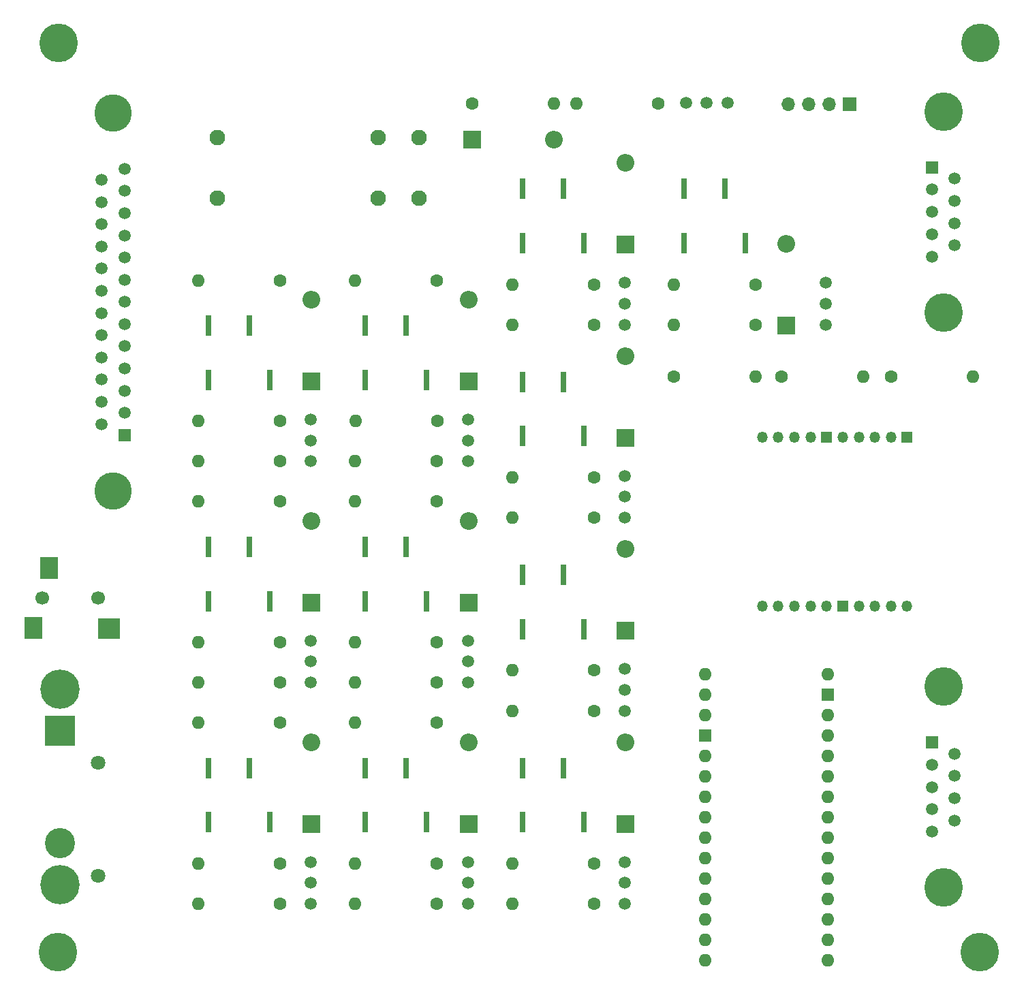
<source format=gbr>
%TF.GenerationSoftware,KiCad,Pcbnew,8.0.0*%
%TF.CreationDate,2024-03-27T17:18:48-07:00*%
%TF.ProjectId,honda radio,686f6e64-6120-4726-9164-696f2e6b6963,rev?*%
%TF.SameCoordinates,Original*%
%TF.FileFunction,Soldermask,Top*%
%TF.FilePolarity,Negative*%
%FSLAX46Y46*%
G04 Gerber Fmt 4.6, Leading zero omitted, Abs format (unit mm)*
G04 Created by KiCad (PCBNEW 8.0.0) date 2024-03-27 17:18:48*
%MOMM*%
%LPD*%
G01*
G04 APERTURE LIST*
%ADD10C,1.600000*%
%ADD11O,1.600000X1.600000*%
%ADD12R,2.200000X2.200000*%
%ADD13O,2.200000X2.200000*%
%ADD14C,1.493000*%
%ADD15R,0.800000X2.660000*%
%ADD16C,4.800000*%
%ADD17C,4.650000*%
%ADD18R,1.500000X1.500000*%
%ADD19C,1.500000*%
%ADD20R,1.350000X1.350000*%
%ADD21O,1.350000X1.350000*%
%ADD22C,1.950000*%
%ADD23C,1.700000*%
%ADD24R,2.200000X2.800000*%
%ADD25R,2.800000X2.600000*%
%ADD26R,1.700000X1.700000*%
%ADD27O,1.700000X1.700000*%
%ADD28R,1.600000X1.600000*%
%ADD29C,4.890000*%
%ADD30R,3.750000X3.750000*%
%ADD31C,1.800000*%
%ADD32C,3.750000*%
G04 APERTURE END LIST*
D10*
%TO.C,R6*%
X155000000Y-98500000D03*
D11*
X144840000Y-98500000D03*
%TD*%
D12*
%TO.C,D7*%
X139420000Y-109080000D03*
D13*
X139420000Y-98920000D03*
%TD*%
D14*
%TO.C,Q10*%
X119835000Y-141300000D03*
X119835000Y-143900000D03*
X119835000Y-146500000D03*
%TD*%
D10*
%TO.C,R16*%
X175085000Y-74500000D03*
D11*
X164925000Y-74500000D03*
%TD*%
D10*
%TO.C,R23*%
X116000000Y-124000000D03*
D11*
X105840000Y-124000000D03*
%TD*%
D10*
%TO.C,R31*%
X116000000Y-146500000D03*
D11*
X105840000Y-146500000D03*
%TD*%
D15*
%TO.C,K8*%
X131690000Y-74630000D03*
X126610000Y-74630000D03*
X126610000Y-81370000D03*
X134230000Y-81370000D03*
%TD*%
D14*
%TO.C,Q5*%
X183835000Y-69300000D03*
X183835000Y-71900000D03*
X183835000Y-74500000D03*
%TD*%
D15*
%TO.C,K7*%
X131690000Y-102130000D03*
X126610000Y-102130000D03*
X126610000Y-108870000D03*
X134230000Y-108870000D03*
%TD*%
D10*
%TO.C,R30*%
X116000000Y-86500000D03*
D11*
X105840000Y-86500000D03*
%TD*%
D10*
%TO.C,R17*%
X135500000Y-141500000D03*
D11*
X125340000Y-141500000D03*
%TD*%
D16*
%TO.C,REF\u002A\u002A*%
X88500000Y-39500000D03*
%TD*%
D17*
%TO.C,J3*%
X95260000Y-48180000D03*
D18*
X96680000Y-88240000D03*
D19*
X96680000Y-85480000D03*
X96680000Y-82720000D03*
X96680000Y-79960000D03*
X96680000Y-77200000D03*
X96680000Y-74440000D03*
X96680000Y-71680000D03*
X96680000Y-68920000D03*
X96680000Y-66160000D03*
X96680000Y-63400000D03*
X96680000Y-60640000D03*
X96680000Y-57880000D03*
X96680000Y-55120000D03*
X93840000Y-86860000D03*
X93840000Y-84100000D03*
X93840000Y-81340000D03*
X93840000Y-78580000D03*
X93840000Y-75820000D03*
X93840000Y-73060000D03*
X93840000Y-70300000D03*
X93840000Y-67540000D03*
X93840000Y-64780000D03*
X93840000Y-62020000D03*
X93840000Y-59260000D03*
X93840000Y-56500000D03*
D17*
X95260000Y-95180000D03*
%TD*%
D16*
%TO.C,REF\u002A\u002A*%
X88420000Y-152500000D03*
%TD*%
D10*
%TO.C,R28*%
X116000000Y-141500000D03*
D11*
X105840000Y-141500000D03*
%TD*%
D16*
%TO.C,J1*%
X198420000Y-72995000D03*
D18*
X197000000Y-54955000D03*
D19*
X197000000Y-57727000D03*
X197000000Y-60500000D03*
X197000000Y-63272000D03*
X197000000Y-66045000D03*
X199840000Y-56341000D03*
X199840000Y-59114000D03*
X199840000Y-61886000D03*
X199840000Y-64659000D03*
D16*
X198420000Y-48005000D03*
%TD*%
D10*
%TO.C,R11*%
X135500000Y-96500000D03*
D11*
X125340000Y-96500000D03*
%TD*%
D20*
%TO.C,J8*%
X193920000Y-88500000D03*
D21*
X191920000Y-88500000D03*
X189920000Y-88500000D03*
X187920000Y-88500000D03*
X185920000Y-88500000D03*
D20*
X183920000Y-88500000D03*
D21*
X181920000Y-88500000D03*
X179920000Y-88500000D03*
X177920000Y-88500000D03*
X175920000Y-88500000D03*
X175920000Y-109500000D03*
X177920000Y-109500000D03*
X179920000Y-109500000D03*
X181920000Y-109500000D03*
X183920000Y-109500000D03*
D20*
X185920000Y-109500000D03*
D21*
X187920000Y-109500000D03*
X189920000Y-109500000D03*
X191920000Y-109500000D03*
X193920000Y-109500000D03*
%TD*%
D12*
%TO.C,D9*%
X139840000Y-51500000D03*
D13*
X150000000Y-51500000D03*
%TD*%
D10*
%TO.C,R29*%
X116000000Y-114000000D03*
D11*
X105840000Y-114000000D03*
%TD*%
D12*
%TO.C,D5*%
X178920000Y-74580000D03*
D13*
X178920000Y-64420000D03*
%TD*%
D10*
%TO.C,R27*%
X163000000Y-47000000D03*
D11*
X152840000Y-47000000D03*
%TD*%
D14*
%TO.C,Q2*%
X158835000Y-117300000D03*
X158835000Y-119900000D03*
X158835000Y-122500000D03*
%TD*%
D22*
%TO.C,K9*%
X108220000Y-58750000D03*
X128220000Y-58750000D03*
X133220000Y-58750000D03*
X133220000Y-51250000D03*
X128220000Y-51250000D03*
X108220000Y-51250000D03*
%TD*%
D12*
%TO.C,D2*%
X158920000Y-112580000D03*
D13*
X158920000Y-102420000D03*
%TD*%
D12*
%TO.C,D4*%
X158920000Y-64580000D03*
D13*
X158920000Y-54420000D03*
%TD*%
D10*
%TO.C,R7*%
X191920000Y-81000000D03*
D11*
X202080000Y-81000000D03*
%TD*%
D15*
%TO.C,K6*%
X131690000Y-129630000D03*
X126610000Y-129630000D03*
X126610000Y-136370000D03*
X134230000Y-136370000D03*
%TD*%
D10*
%TO.C,R5*%
X155000000Y-122500000D03*
D11*
X144840000Y-122500000D03*
%TD*%
D15*
%TO.C,K1*%
X151190000Y-129630000D03*
X146110000Y-129630000D03*
X146110000Y-136370000D03*
X153730000Y-136370000D03*
%TD*%
D10*
%TO.C,R32*%
X116000000Y-119000000D03*
D11*
X105840000Y-119000000D03*
%TD*%
D10*
%TO.C,R25*%
X116000000Y-69000000D03*
D11*
X105840000Y-69000000D03*
%TD*%
D23*
%TO.C,J5*%
X86420000Y-108500000D03*
X93420000Y-108500000D03*
D24*
X85320000Y-112200000D03*
D25*
X94720000Y-112300000D03*
D24*
X87320000Y-104800000D03*
%TD*%
D12*
%TO.C,D3*%
X158920000Y-88580000D03*
D13*
X158920000Y-78420000D03*
%TD*%
D14*
%TO.C,Q7*%
X139335000Y-113800000D03*
X139335000Y-116400000D03*
X139335000Y-119000000D03*
%TD*%
D16*
%TO.C,*%
X203000000Y-39500000D03*
%TD*%
%TO.C,*%
X202920000Y-152500000D03*
%TD*%
D15*
%TO.C,K3*%
X151190000Y-81630000D03*
X146110000Y-81630000D03*
X146110000Y-88370000D03*
X153730000Y-88370000D03*
%TD*%
D10*
%TO.C,R13*%
X155000000Y-69500000D03*
D11*
X144840000Y-69500000D03*
%TD*%
D14*
%TO.C,Q9*%
X171620000Y-46915000D03*
X169020000Y-46915000D03*
X166420000Y-46915000D03*
%TD*%
D15*
%TO.C,K12*%
X112190000Y-74630000D03*
X107110000Y-74630000D03*
X107110000Y-81370000D03*
X114730000Y-81370000D03*
%TD*%
D14*
%TO.C,Q12*%
X119835000Y-86300000D03*
X119835000Y-88900000D03*
X119835000Y-91500000D03*
%TD*%
D10*
%TO.C,R26*%
X139840000Y-47000000D03*
D11*
X150000000Y-47000000D03*
%TD*%
D14*
%TO.C,Q3*%
X158835000Y-93300000D03*
X158835000Y-95900000D03*
X158835000Y-98500000D03*
%TD*%
D10*
%TO.C,R21*%
X135500000Y-119000000D03*
D11*
X125340000Y-119000000D03*
%TD*%
D14*
%TO.C,Q1*%
X158835000Y-141300000D03*
X158835000Y-143900000D03*
X158835000Y-146500000D03*
%TD*%
D12*
%TO.C,D11*%
X119920000Y-109080000D03*
D13*
X119920000Y-98920000D03*
%TD*%
D10*
%TO.C,R33*%
X116000000Y-91500000D03*
D11*
X105840000Y-91500000D03*
%TD*%
D12*
%TO.C,D12*%
X119920000Y-81580000D03*
D13*
X119920000Y-71420000D03*
%TD*%
D10*
%TO.C,R22*%
X135500000Y-91500000D03*
D11*
X125340000Y-91500000D03*
%TD*%
D12*
%TO.C,D10*%
X119920000Y-136580000D03*
D13*
X119920000Y-126420000D03*
%TD*%
D14*
%TO.C,Q6*%
X139335000Y-141300000D03*
X139335000Y-143900000D03*
X139335000Y-146500000D03*
%TD*%
D10*
%TO.C,R15*%
X155000000Y-74500000D03*
D11*
X144840000Y-74500000D03*
%TD*%
D14*
%TO.C,Q8*%
X139335000Y-86300000D03*
X139335000Y-88900000D03*
X139335000Y-91500000D03*
%TD*%
D15*
%TO.C,K4*%
X151190000Y-57630000D03*
X146110000Y-57630000D03*
X146110000Y-64370000D03*
X153730000Y-64370000D03*
%TD*%
D10*
%TO.C,R10*%
X135500000Y-124000000D03*
D11*
X125340000Y-124000000D03*
%TD*%
D10*
%TO.C,R1*%
X155000000Y-141500000D03*
D11*
X144840000Y-141500000D03*
%TD*%
D10*
%TO.C,R20*%
X135500000Y-146500000D03*
D11*
X125340000Y-146500000D03*
%TD*%
D15*
%TO.C,K11*%
X112190000Y-102130000D03*
X107110000Y-102130000D03*
X107110000Y-108870000D03*
X114730000Y-108870000D03*
%TD*%
D10*
%TO.C,R19*%
X135580000Y-86500000D03*
D11*
X125420000Y-86500000D03*
%TD*%
D10*
%TO.C,R2*%
X155000000Y-117500000D03*
D11*
X144840000Y-117500000D03*
%TD*%
D10*
%TO.C,R12*%
X135500000Y-69000000D03*
D11*
X125340000Y-69000000D03*
%TD*%
D15*
%TO.C,K5*%
X171275000Y-57630000D03*
X166195000Y-57630000D03*
X166195000Y-64370000D03*
X173815000Y-64370000D03*
%TD*%
%TO.C,K2*%
X151190000Y-105630000D03*
X146110000Y-105630000D03*
X146110000Y-112370000D03*
X153730000Y-112370000D03*
%TD*%
D12*
%TO.C,D1*%
X158920000Y-136580000D03*
D13*
X158920000Y-126420000D03*
%TD*%
D10*
%TO.C,R14*%
X175085000Y-69500000D03*
D11*
X164925000Y-69500000D03*
%TD*%
D10*
%TO.C,R24*%
X116000000Y-96500000D03*
D11*
X105840000Y-96500000D03*
%TD*%
D15*
%TO.C,K10*%
X112190000Y-129630000D03*
X107110000Y-129630000D03*
X107110000Y-136370000D03*
X114730000Y-136370000D03*
%TD*%
D10*
%TO.C,R8*%
X178340000Y-81000000D03*
D11*
X188500000Y-81000000D03*
%TD*%
D10*
%TO.C,R18*%
X135500000Y-114000000D03*
D11*
X125340000Y-114000000D03*
%TD*%
D10*
%TO.C,R3*%
X155000000Y-93500000D03*
D11*
X144840000Y-93500000D03*
%TD*%
D26*
%TO.C,J7*%
X186780000Y-47080000D03*
D27*
X184240000Y-47080000D03*
X181700000Y-47080000D03*
X179160000Y-47080000D03*
%TD*%
D12*
%TO.C,D6*%
X139420000Y-136580000D03*
D13*
X139420000Y-126420000D03*
%TD*%
D10*
%TO.C,R9*%
X164920000Y-81000000D03*
D11*
X175080000Y-81000000D03*
%TD*%
D10*
%TO.C,R4*%
X155000000Y-146500000D03*
D11*
X144840000Y-146500000D03*
%TD*%
D14*
%TO.C,Q11*%
X119835000Y-113800000D03*
X119835000Y-116400000D03*
X119835000Y-119000000D03*
%TD*%
D11*
%TO.C,J6*%
X184050000Y-117950000D03*
D28*
X184050000Y-120490000D03*
D11*
X184050000Y-123030000D03*
X184050000Y-125570000D03*
X184050000Y-128110000D03*
X184050000Y-130650000D03*
X184050000Y-133190000D03*
X184050000Y-135730000D03*
X184050000Y-138270000D03*
X184050000Y-140810000D03*
X184050000Y-143350000D03*
X184050000Y-145890000D03*
X184050000Y-148430000D03*
X184050000Y-150970000D03*
X184050000Y-153510000D03*
X168810000Y-117950000D03*
X168810000Y-120490000D03*
X168810000Y-123030000D03*
D28*
X168810000Y-125570000D03*
D11*
X168810000Y-128110000D03*
X168810000Y-130650000D03*
X168810000Y-133190000D03*
X168810000Y-135730000D03*
X168810000Y-138270000D03*
X168810000Y-140810000D03*
X168810000Y-143350000D03*
X168810000Y-145890000D03*
X168810000Y-148430000D03*
X168810000Y-150970000D03*
X168810000Y-153510000D03*
%TD*%
D16*
%TO.C,J2*%
X198415000Y-144495000D03*
D18*
X196995000Y-126455000D03*
D19*
X196995000Y-129227000D03*
X196995000Y-132000000D03*
X196995000Y-134772000D03*
X196995000Y-137545000D03*
X199835000Y-127841000D03*
X199835000Y-130614000D03*
X199835000Y-133386000D03*
X199835000Y-136159000D03*
D16*
X198415000Y-119505000D03*
%TD*%
D14*
%TO.C,Q4*%
X158835000Y-69300000D03*
X158835000Y-71900000D03*
X158835000Y-74500000D03*
%TD*%
D29*
%TO.C,J4*%
X88670000Y-144150000D03*
X88670000Y-119850000D03*
D30*
X88670000Y-125000000D03*
D31*
X93420000Y-129000000D03*
D32*
X88670000Y-139000000D03*
D31*
X93420000Y-143000000D03*
%TD*%
D12*
%TO.C,D8*%
X139420000Y-81580000D03*
D13*
X139420000Y-71420000D03*
%TD*%
M02*

</source>
